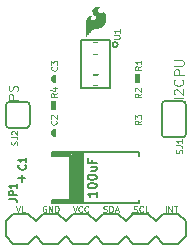
<source format=gto>
%TF.GenerationSoftware,KiCad,Pcbnew,5.1.8-db9833491~88~ubuntu20.04.1*%
%TF.CreationDate,2020-12-19T13:22:12+05:30*%
%TF.ProjectId,SparkFun_APDS-9960_RGB_and_Gesture_Sensor,53706172-6b46-4756-9e5f-415044532d39,rev?*%
%TF.SameCoordinates,Original*%
%TF.FileFunction,Legend,Top*%
%TF.FilePolarity,Positive*%
%FSLAX46Y46*%
G04 Gerber Fmt 4.6, Leading zero omitted, Abs format (unit mm)*
G04 Created by KiCad (PCBNEW 5.1.8-db9833491~88~ubuntu20.04.1) date 2020-12-19 13:22:12*
%MOMM*%
%LPD*%
G01*
G04 APERTURE LIST*
%ADD10C,0.101600*%
%ADD11C,0.121920*%
%ADD12C,0.152400*%
%ADD13C,0.200000*%
%ADD14C,0.100000*%
%ADD15C,0.127000*%
%ADD16C,0.558800*%
%ADD17C,0.203200*%
%ADD18R,3.048000X3.048000*%
%ADD19C,2.082800*%
%ADD20C,3.302000*%
G04 APERTURE END LIST*
D10*
X130422952Y-93345000D02*
X130374571Y-93320809D01*
X130302000Y-93320809D01*
X130229428Y-93345000D01*
X130181047Y-93393380D01*
X130156857Y-93441761D01*
X130132666Y-93538523D01*
X130132666Y-93611095D01*
X130156857Y-93707857D01*
X130181047Y-93756238D01*
X130229428Y-93804619D01*
X130302000Y-93828809D01*
X130350380Y-93828809D01*
X130422952Y-93804619D01*
X130447142Y-93780428D01*
X130447142Y-93611095D01*
X130350380Y-93611095D01*
X130664857Y-93828809D02*
X130664857Y-93320809D01*
X130955142Y-93828809D01*
X130955142Y-93320809D01*
X131197047Y-93828809D02*
X131197047Y-93320809D01*
X131318000Y-93320809D01*
X131390571Y-93345000D01*
X131438952Y-93393380D01*
X131463142Y-93441761D01*
X131487333Y-93538523D01*
X131487333Y-93611095D01*
X131463142Y-93707857D01*
X131438952Y-93756238D01*
X131390571Y-93804619D01*
X131318000Y-93828809D01*
X131197047Y-93828809D01*
X132672666Y-93320809D02*
X132842000Y-93828809D01*
X133011333Y-93320809D01*
X133470952Y-93780428D02*
X133446761Y-93804619D01*
X133374190Y-93828809D01*
X133325809Y-93828809D01*
X133253238Y-93804619D01*
X133204857Y-93756238D01*
X133180666Y-93707857D01*
X133156476Y-93611095D01*
X133156476Y-93538523D01*
X133180666Y-93441761D01*
X133204857Y-93393380D01*
X133253238Y-93345000D01*
X133325809Y-93320809D01*
X133374190Y-93320809D01*
X133446761Y-93345000D01*
X133470952Y-93369190D01*
X133978952Y-93780428D02*
X133954761Y-93804619D01*
X133882190Y-93828809D01*
X133833809Y-93828809D01*
X133761238Y-93804619D01*
X133712857Y-93756238D01*
X133688666Y-93707857D01*
X133664476Y-93611095D01*
X133664476Y-93538523D01*
X133688666Y-93441761D01*
X133712857Y-93393380D01*
X133761238Y-93345000D01*
X133833809Y-93320809D01*
X133882190Y-93320809D01*
X133954761Y-93345000D01*
X133978952Y-93369190D01*
X135273142Y-93804619D02*
X135345714Y-93828809D01*
X135466666Y-93828809D01*
X135515047Y-93804619D01*
X135539238Y-93780428D01*
X135563428Y-93732047D01*
X135563428Y-93683666D01*
X135539238Y-93635285D01*
X135515047Y-93611095D01*
X135466666Y-93586904D01*
X135369904Y-93562714D01*
X135321523Y-93538523D01*
X135297333Y-93514333D01*
X135273142Y-93465952D01*
X135273142Y-93417571D01*
X135297333Y-93369190D01*
X135321523Y-93345000D01*
X135369904Y-93320809D01*
X135490857Y-93320809D01*
X135563428Y-93345000D01*
X135781142Y-93828809D02*
X135781142Y-93320809D01*
X135902095Y-93320809D01*
X135974666Y-93345000D01*
X136023047Y-93393380D01*
X136047238Y-93441761D01*
X136071428Y-93538523D01*
X136071428Y-93611095D01*
X136047238Y-93707857D01*
X136023047Y-93756238D01*
X135974666Y-93804619D01*
X135902095Y-93828809D01*
X135781142Y-93828809D01*
X136264952Y-93683666D02*
X136506857Y-93683666D01*
X136216571Y-93828809D02*
X136385904Y-93320809D01*
X136555238Y-93828809D01*
X137825238Y-93804619D02*
X137897809Y-93828809D01*
X138018761Y-93828809D01*
X138067142Y-93804619D01*
X138091333Y-93780428D01*
X138115523Y-93732047D01*
X138115523Y-93683666D01*
X138091333Y-93635285D01*
X138067142Y-93611095D01*
X138018761Y-93586904D01*
X137922000Y-93562714D01*
X137873619Y-93538523D01*
X137849428Y-93514333D01*
X137825238Y-93465952D01*
X137825238Y-93417571D01*
X137849428Y-93369190D01*
X137873619Y-93345000D01*
X137922000Y-93320809D01*
X138042952Y-93320809D01*
X138115523Y-93345000D01*
X138623523Y-93780428D02*
X138599333Y-93804619D01*
X138526761Y-93828809D01*
X138478380Y-93828809D01*
X138405809Y-93804619D01*
X138357428Y-93756238D01*
X138333238Y-93707857D01*
X138309047Y-93611095D01*
X138309047Y-93538523D01*
X138333238Y-93441761D01*
X138357428Y-93393380D01*
X138405809Y-93345000D01*
X138478380Y-93320809D01*
X138526761Y-93320809D01*
X138599333Y-93345000D01*
X138623523Y-93369190D01*
X139083142Y-93828809D02*
X138841238Y-93828809D01*
X138841238Y-93320809D01*
X140535780Y-93828809D02*
X140535780Y-93320809D01*
X140777685Y-93828809D02*
X140777685Y-93320809D01*
X141067971Y-93828809D01*
X141067971Y-93320809D01*
X141237304Y-93320809D02*
X141527590Y-93320809D01*
X141382447Y-93828809D02*
X141382447Y-93320809D01*
D11*
X142005110Y-84193646D02*
X141232950Y-84193646D01*
X141306489Y-83862720D02*
X141269720Y-83825950D01*
X141232950Y-83752411D01*
X141232950Y-83568564D01*
X141269720Y-83495025D01*
X141306489Y-83458255D01*
X141380028Y-83421486D01*
X141453567Y-83421486D01*
X141563876Y-83458255D01*
X142005110Y-83899489D01*
X142005110Y-83421486D01*
X141931571Y-82649326D02*
X141968340Y-82686095D01*
X142005110Y-82796404D01*
X142005110Y-82869943D01*
X141968340Y-82980251D01*
X141894801Y-83053790D01*
X141821262Y-83090560D01*
X141674184Y-83127329D01*
X141563876Y-83127329D01*
X141416798Y-83090560D01*
X141343259Y-83053790D01*
X141269720Y-82980251D01*
X141232950Y-82869943D01*
X141232950Y-82796404D01*
X141269720Y-82686095D01*
X141306489Y-82649326D01*
D10*
X127895047Y-93295409D02*
X128064380Y-93803409D01*
X128233714Y-93295409D01*
X128644952Y-93803409D02*
X128403047Y-93803409D01*
X128403047Y-93295409D01*
D11*
X142055910Y-82197689D02*
X141283750Y-82197689D01*
X141283750Y-81903533D01*
X141320520Y-81829994D01*
X141357289Y-81793225D01*
X141430828Y-81756455D01*
X141541137Y-81756455D01*
X141614676Y-81793225D01*
X141651445Y-81829994D01*
X141688215Y-81903533D01*
X141688215Y-82197689D01*
X141283750Y-81425529D02*
X141908832Y-81425529D01*
X141982371Y-81388760D01*
X142019140Y-81351990D01*
X142055910Y-81278451D01*
X142055910Y-81131373D01*
X142019140Y-81057834D01*
X141982371Y-81021065D01*
X141908832Y-80984295D01*
X141283750Y-80984295D01*
X128009710Y-84308550D02*
X127237550Y-84308550D01*
X127237550Y-84014394D01*
X127274320Y-83940855D01*
X127311089Y-83904086D01*
X127384628Y-83867316D01*
X127494937Y-83867316D01*
X127568476Y-83904086D01*
X127605245Y-83940855D01*
X127642015Y-84014394D01*
X127642015Y-84308550D01*
X127972940Y-83573160D02*
X128009710Y-83462851D01*
X128009710Y-83279004D01*
X127972940Y-83205465D01*
X127936171Y-83168695D01*
X127862632Y-83131926D01*
X127789093Y-83131926D01*
X127715554Y-83168695D01*
X127678784Y-83205465D01*
X127642015Y-83279004D01*
X127605245Y-83426082D01*
X127568476Y-83499621D01*
X127531706Y-83536390D01*
X127458167Y-83573160D01*
X127384628Y-83573160D01*
X127311089Y-83536390D01*
X127274320Y-83499621D01*
X127237550Y-83426082D01*
X127237550Y-83242234D01*
X127274320Y-83131926D01*
D12*
%TO.C,SJ2*%
X129016000Y-84798000D02*
X129016000Y-86398000D01*
X128766000Y-84498000D02*
X127266000Y-84498000D01*
X128766000Y-86698000D02*
X127266000Y-86698000D01*
X127016000Y-86398000D02*
X127016000Y-84798000D01*
X127266000Y-84498000D02*
G75*
G03*
X127016000Y-84798000I25000J-275000D01*
G01*
X127016000Y-86398000D02*
G75*
G03*
X127266000Y-86698000I275000J-25000D01*
G01*
X129016000Y-86397998D02*
G75*
G02*
X128766000Y-86698000I-274701J-25251D01*
G01*
X128766000Y-84498000D02*
G75*
G02*
X129016000Y-84798000I-25000J-275000D01*
G01*
D13*
%TO.C,U1*%
X133410000Y-79260000D02*
X135830000Y-79260000D01*
X136487100Y-79658000D02*
G75*
G03*
X136487100Y-79658000I-223100J0D01*
G01*
D14*
X134420000Y-82100000D02*
X134820000Y-82100000D01*
D13*
X133410000Y-83300000D02*
X135830000Y-83300000D01*
X133410000Y-79260000D02*
X133410000Y-83300000D01*
X135830000Y-79260000D02*
X135830000Y-83300000D01*
D14*
X134431890Y-79493169D02*
G75*
G02*
X134808112Y-79493169I188110J-516830D01*
G01*
X134808109Y-80526833D02*
G75*
G02*
X134431888Y-80526832I-188109J516830D01*
G01*
X134429823Y-82302161D02*
G75*
G02*
X134810178Y-82302162I190177J-407838D01*
G01*
X134810178Y-83117837D02*
G75*
G02*
X134429822Y-83117837I-190178J407838D01*
G01*
D15*
%TO.C,C1*%
X130937000Y-93091000D02*
X130937000Y-92773500D01*
X138303000Y-93091000D02*
X130937000Y-93091000D01*
X138303000Y-88773000D02*
X138303000Y-89090500D01*
X130937000Y-88773000D02*
X138303000Y-88773000D01*
X130937000Y-89090500D02*
X130937000Y-88773000D01*
X138303000Y-92773500D02*
X138303000Y-93091000D01*
X132397500Y-89090500D02*
X130937000Y-89090500D01*
X132397500Y-92773500D02*
X132397500Y-89090500D01*
X130937000Y-92773500D02*
X132397500Y-92773500D01*
X132524500Y-92900500D02*
X131000500Y-92900500D01*
X132524500Y-88963500D02*
X132524500Y-92900500D01*
X130937000Y-88963500D02*
X132524500Y-88963500D01*
X132651500Y-88836500D02*
X131000500Y-88836500D01*
X132651500Y-93027500D02*
X132651500Y-88836500D01*
X131000500Y-93027500D02*
X132651500Y-93027500D01*
X132778500Y-93027500D02*
X132778500Y-88836500D01*
X132905500Y-88836500D02*
X132905500Y-93027500D01*
X133032500Y-93027500D02*
X133032500Y-88836500D01*
X133159500Y-88836500D02*
X133159500Y-93027500D01*
X133286500Y-93027500D02*
X133286500Y-88836500D01*
X133413500Y-93027500D02*
X133413500Y-88836500D01*
X133540500Y-93027500D02*
X133540500Y-88836500D01*
D16*
%TO.C,C2*%
X131064000Y-87152500D02*
X131064000Y-87091500D01*
%TO.C,C3*%
X131064000Y-82519500D02*
X131064000Y-82580500D01*
D17*
%TO.C,JP1*%
X139700000Y-94615000D02*
X140335000Y-93980000D01*
X140335000Y-93980000D02*
X141605000Y-93980000D01*
X141605000Y-93980000D02*
X142240000Y-94615000D01*
X135255000Y-93980000D02*
X136525000Y-93980000D01*
X136525000Y-93980000D02*
X137160000Y-94615000D01*
X137160000Y-94615000D02*
X137795000Y-93980000D01*
X137795000Y-93980000D02*
X139065000Y-93980000D01*
X139065000Y-93980000D02*
X139700000Y-94615000D01*
X132080000Y-94615000D02*
X132715000Y-93980000D01*
X132715000Y-93980000D02*
X133985000Y-93980000D01*
X133985000Y-93980000D02*
X134620000Y-94615000D01*
X135255000Y-93980000D02*
X134620000Y-94615000D01*
X127635000Y-93980000D02*
X128905000Y-93980000D01*
X128905000Y-93980000D02*
X129540000Y-94615000D01*
X129540000Y-94615000D02*
X130175000Y-93980000D01*
X130175000Y-93980000D02*
X131445000Y-93980000D01*
X131445000Y-93980000D02*
X132080000Y-94615000D01*
X127000000Y-94615000D02*
X127000000Y-95885000D01*
X127635000Y-93980000D02*
X127000000Y-94615000D01*
X142240000Y-95885000D02*
X141605000Y-96520000D01*
X141605000Y-96520000D02*
X140335000Y-96520000D01*
X140335000Y-96520000D02*
X139700000Y-95885000D01*
X137160000Y-95885000D02*
X136525000Y-96520000D01*
X139700000Y-95885000D02*
X139065000Y-96520000D01*
X139065000Y-96520000D02*
X137795000Y-96520000D01*
X137795000Y-96520000D02*
X137160000Y-95885000D01*
X134620000Y-95885000D02*
X133985000Y-96520000D01*
X133985000Y-96520000D02*
X132715000Y-96520000D01*
X132715000Y-96520000D02*
X132080000Y-95885000D01*
X134620000Y-95885000D02*
X135255000Y-96520000D01*
X136525000Y-96520000D02*
X135255000Y-96520000D01*
X129540000Y-95885000D02*
X128905000Y-96520000D01*
X132080000Y-95885000D02*
X131445000Y-96520000D01*
X131445000Y-96520000D02*
X130175000Y-96520000D01*
X130175000Y-96520000D02*
X129540000Y-95885000D01*
X127000000Y-95885000D02*
X127635000Y-96520000D01*
X128905000Y-96520000D02*
X127635000Y-96520000D01*
X142240000Y-94615000D02*
X142240000Y-95885000D01*
D14*
%TO.C,R1*%
G36*
X137947400Y-82931000D02*
G01*
X138404600Y-82931000D01*
X138404600Y-82169000D01*
X137947400Y-82169000D01*
X137947400Y-82931000D01*
G37*
%TO.C,R4*%
G36*
X131292600Y-84455000D02*
G01*
X130835400Y-84455000D01*
X130835400Y-85217000D01*
X131292600Y-85217000D01*
X131292600Y-84455000D01*
G37*
D12*
%TO.C,SJ1*%
X142240000Y-84709000D02*
X142240000Y-87249000D01*
X141986000Y-84455000D02*
X140462000Y-84455000D01*
X141986000Y-87503000D02*
X140462000Y-87503000D01*
X140208000Y-87249000D02*
X140208000Y-84709000D01*
X141986000Y-84455000D02*
G75*
G02*
X142240000Y-84709000I0J-254000D01*
G01*
X142240000Y-87249000D02*
G75*
G02*
X141986000Y-87503000I-254000J0D01*
G01*
X140208000Y-87249000D02*
G75*
G03*
X140462000Y-87503000I254000J0D01*
G01*
X140462000Y-84455000D02*
G75*
G03*
X140208000Y-84709000I0J-254000D01*
G01*
D14*
%TO.C,U$1*%
G36*
X135215100Y-76856900D02*
G01*
X135215100Y-76876900D01*
X135215100Y-76906900D01*
X135215100Y-76936900D01*
X135205100Y-76966900D01*
X135195100Y-76986900D01*
X135165100Y-77016900D01*
X135135100Y-77026900D01*
X135105100Y-77026900D01*
X135065100Y-77016900D01*
X135025100Y-77006900D01*
X134985100Y-76986900D01*
X134955100Y-76966900D01*
X134915100Y-76936900D01*
X134885100Y-76906900D01*
X134855100Y-76876900D01*
X134835100Y-76846900D01*
X134815100Y-76816900D01*
X134805100Y-76776900D01*
X134805100Y-76746900D01*
X134805100Y-76716900D01*
X134815100Y-76686900D01*
X134825100Y-76666900D01*
X134845100Y-76636900D01*
X134885100Y-76606900D01*
X134925100Y-76586900D01*
X134975100Y-76576900D01*
X135015100Y-76566900D01*
X135045100Y-76566900D01*
X135075100Y-76566900D01*
X135095100Y-76576900D01*
X135105100Y-76576900D01*
X135095100Y-76566900D01*
X135055100Y-76536900D01*
X134995100Y-76506900D01*
X134915100Y-76466900D01*
X134825100Y-76446900D01*
X134725100Y-76446900D01*
X134615100Y-76466900D01*
X134505100Y-76526900D01*
X134415100Y-76596900D01*
X134365100Y-76676900D01*
X134335100Y-76766900D01*
X134335100Y-76846900D01*
X134355100Y-76936900D01*
X134405100Y-77026900D01*
X134475100Y-77106900D01*
X134555100Y-77196900D01*
X134625100Y-77266900D01*
X134655100Y-77346900D01*
X134655100Y-77416900D01*
X134635100Y-77476900D01*
X134595100Y-77526900D01*
X134535100Y-77566900D01*
X134455100Y-77586900D01*
X134375100Y-77586900D01*
X134325100Y-77576900D01*
X134275100Y-77556900D01*
X134245100Y-77526900D01*
X134215100Y-77496900D01*
X134195100Y-77466900D01*
X134185100Y-77436900D01*
X134185100Y-77396900D01*
X134195100Y-77366900D01*
X134215100Y-77346900D01*
X134235100Y-77326900D01*
X134255100Y-77306900D01*
X134285100Y-77296900D01*
X134305100Y-77286900D01*
X134325100Y-77276900D01*
X134335100Y-77266900D01*
X134315100Y-77256900D01*
X134295100Y-77246900D01*
X134255100Y-77246900D01*
X134215100Y-77246900D01*
X134175100Y-77246900D01*
X134115100Y-77256900D01*
X134065100Y-77266900D01*
X134015100Y-77286900D01*
X133975100Y-77316900D01*
X133925100Y-77356900D01*
X133895100Y-77406900D01*
X133865100Y-77456900D01*
X133845100Y-77526900D01*
X133835100Y-77606900D01*
X133835100Y-77706900D01*
X133835100Y-77866900D01*
X133835100Y-78026900D01*
X133835100Y-78186900D01*
X133835100Y-78346900D01*
X133835100Y-78506900D01*
X133835100Y-78666900D01*
X133835100Y-78826900D01*
X133835100Y-78986900D01*
X133835100Y-78976900D01*
X133855100Y-78956900D01*
X133885100Y-78926900D01*
X133915100Y-78876900D01*
X133965100Y-78826900D01*
X134015100Y-78766900D01*
X134075100Y-78706900D01*
X134135100Y-78646900D01*
X134195100Y-78576900D01*
X134255100Y-78506900D01*
X134305100Y-78456900D01*
X134355100Y-78406900D01*
X134405100Y-78376900D01*
X134455100Y-78346900D01*
X134515100Y-78336900D01*
X134585100Y-78336900D01*
X134705100Y-78336900D01*
X134825100Y-78316900D01*
X134935100Y-78286900D01*
X135035100Y-78246900D01*
X135135100Y-78186900D01*
X135215100Y-78116900D01*
X135295100Y-78036900D01*
X135365100Y-77946900D01*
X135465100Y-77766900D01*
X135515100Y-77576900D01*
X135525100Y-77406900D01*
X135495100Y-77246900D01*
X135445100Y-77096900D01*
X135375100Y-76986900D01*
X135295100Y-76896900D01*
X135215100Y-76846900D01*
X135215100Y-76856900D01*
G37*
%TD*%
%TO.C,SJ2*%
D10*
X127967619Y-88127598D02*
X127991809Y-88055026D01*
X127991809Y-87934074D01*
X127967619Y-87885693D01*
X127943428Y-87861502D01*
X127895047Y-87837312D01*
X127846666Y-87837312D01*
X127798285Y-87861502D01*
X127774095Y-87885693D01*
X127749904Y-87934074D01*
X127725714Y-88030836D01*
X127701523Y-88079217D01*
X127677333Y-88103407D01*
X127628952Y-88127598D01*
X127580571Y-88127598D01*
X127532190Y-88103407D01*
X127508000Y-88079217D01*
X127483809Y-88030836D01*
X127483809Y-87909883D01*
X127508000Y-87837312D01*
X127483809Y-87474455D02*
X127846666Y-87474455D01*
X127919238Y-87498645D01*
X127967619Y-87547026D01*
X127991809Y-87619598D01*
X127991809Y-87667979D01*
X127532190Y-87256740D02*
X127508000Y-87232550D01*
X127483809Y-87184169D01*
X127483809Y-87063217D01*
X127508000Y-87014836D01*
X127532190Y-86990645D01*
X127580571Y-86966455D01*
X127628952Y-86966455D01*
X127701523Y-86990645D01*
X127991809Y-87280931D01*
X127991809Y-86966455D01*
%TO.C,U1*%
X136145209Y-79162607D02*
X136556447Y-79162607D01*
X136604828Y-79138417D01*
X136629019Y-79114226D01*
X136653209Y-79065845D01*
X136653209Y-78969083D01*
X136629019Y-78920702D01*
X136604828Y-78896512D01*
X136556447Y-78872321D01*
X136145209Y-78872321D01*
X136653209Y-78364321D02*
X136653209Y-78654607D01*
X136653209Y-78509464D02*
X136145209Y-78509464D01*
X136217780Y-78557845D01*
X136266161Y-78606226D01*
X136290352Y-78654607D01*
%TO.C,C1*%
D15*
X128649185Y-89844033D02*
X128679423Y-89874271D01*
X128709661Y-89964985D01*
X128709661Y-90025461D01*
X128679423Y-90116176D01*
X128618947Y-90176652D01*
X128558471Y-90206890D01*
X128437519Y-90237128D01*
X128346804Y-90237128D01*
X128225852Y-90206890D01*
X128165376Y-90176652D01*
X128104900Y-90116176D01*
X128074661Y-90025461D01*
X128074661Y-89964985D01*
X128104900Y-89874271D01*
X128135138Y-89844033D01*
X128709661Y-89239271D02*
X128709661Y-89602128D01*
X128709661Y-89420700D02*
X128074661Y-89420700D01*
X128165376Y-89481176D01*
X128225852Y-89541652D01*
X128256090Y-89602128D01*
X134685314Y-92111285D02*
X134685314Y-92546714D01*
X134685314Y-92329000D02*
X133923314Y-92329000D01*
X134032171Y-92401571D01*
X134104742Y-92474142D01*
X134141028Y-92546714D01*
X133923314Y-91639571D02*
X133923314Y-91567000D01*
X133959600Y-91494428D01*
X133995885Y-91458142D01*
X134068457Y-91421857D01*
X134213600Y-91385571D01*
X134395028Y-91385571D01*
X134540171Y-91421857D01*
X134612742Y-91458142D01*
X134649028Y-91494428D01*
X134685314Y-91567000D01*
X134685314Y-91639571D01*
X134649028Y-91712142D01*
X134612742Y-91748428D01*
X134540171Y-91784714D01*
X134395028Y-91821000D01*
X134213600Y-91821000D01*
X134068457Y-91784714D01*
X133995885Y-91748428D01*
X133959600Y-91712142D01*
X133923314Y-91639571D01*
X133923314Y-90913857D02*
X133923314Y-90841285D01*
X133959600Y-90768714D01*
X133995885Y-90732428D01*
X134068457Y-90696142D01*
X134213600Y-90659857D01*
X134395028Y-90659857D01*
X134540171Y-90696142D01*
X134612742Y-90732428D01*
X134649028Y-90768714D01*
X134685314Y-90841285D01*
X134685314Y-90913857D01*
X134649028Y-90986428D01*
X134612742Y-91022714D01*
X134540171Y-91059000D01*
X134395028Y-91095285D01*
X134213600Y-91095285D01*
X134068457Y-91059000D01*
X133995885Y-91022714D01*
X133959600Y-90986428D01*
X133923314Y-90913857D01*
X134177314Y-90006714D02*
X134685314Y-90006714D01*
X134177314Y-90333285D02*
X134576457Y-90333285D01*
X134649028Y-90297000D01*
X134685314Y-90224428D01*
X134685314Y-90115571D01*
X134649028Y-90043000D01*
X134612742Y-90006714D01*
X134286171Y-89389857D02*
X134286171Y-89643857D01*
X134685314Y-89643857D02*
X133923314Y-89643857D01*
X133923314Y-89281000D01*
X128055914Y-90986428D02*
X128636485Y-90986428D01*
X128346200Y-91276714D02*
X128346200Y-90696142D01*
X137695214Y-93907428D02*
X138275785Y-93907428D01*
%TO.C,C2*%
D10*
X131270828Y-86114466D02*
X131295019Y-86138657D01*
X131319209Y-86211228D01*
X131319209Y-86259609D01*
X131295019Y-86332180D01*
X131246638Y-86380561D01*
X131198257Y-86404752D01*
X131101495Y-86428942D01*
X131028923Y-86428942D01*
X130932161Y-86404752D01*
X130883780Y-86380561D01*
X130835400Y-86332180D01*
X130811209Y-86259609D01*
X130811209Y-86211228D01*
X130835400Y-86138657D01*
X130859590Y-86114466D01*
X130859590Y-85920942D02*
X130835400Y-85896752D01*
X130811209Y-85848371D01*
X130811209Y-85727419D01*
X130835400Y-85679038D01*
X130859590Y-85654847D01*
X130907971Y-85630657D01*
X130956352Y-85630657D01*
X131028923Y-85654847D01*
X131319209Y-85945133D01*
X131319209Y-85630657D01*
%TO.C,C3*%
X131296228Y-81542466D02*
X131320419Y-81566657D01*
X131344609Y-81639228D01*
X131344609Y-81687609D01*
X131320419Y-81760180D01*
X131272038Y-81808561D01*
X131223657Y-81832752D01*
X131126895Y-81856942D01*
X131054323Y-81856942D01*
X130957561Y-81832752D01*
X130909180Y-81808561D01*
X130860800Y-81760180D01*
X130836609Y-81687609D01*
X130836609Y-81639228D01*
X130860800Y-81566657D01*
X130884990Y-81542466D01*
X130836609Y-81373133D02*
X130836609Y-81058657D01*
X131030133Y-81227990D01*
X131030133Y-81155419D01*
X131054323Y-81107038D01*
X131078514Y-81082847D01*
X131126895Y-81058657D01*
X131247847Y-81058657D01*
X131296228Y-81082847D01*
X131320419Y-81107038D01*
X131344609Y-81155419D01*
X131344609Y-81300561D01*
X131320419Y-81348942D01*
X131296228Y-81373133D01*
%TO.C,JP1*%
D15*
X127274561Y-92701230D02*
X127728133Y-92701230D01*
X127818847Y-92731469D01*
X127879323Y-92791945D01*
X127909561Y-92882659D01*
X127909561Y-92943135D01*
X127909561Y-92398850D02*
X127274561Y-92398850D01*
X127274561Y-92156945D01*
X127304800Y-92096469D01*
X127335038Y-92066230D01*
X127395514Y-92035992D01*
X127486228Y-92035992D01*
X127546704Y-92066230D01*
X127576942Y-92096469D01*
X127607180Y-92156945D01*
X127607180Y-92398850D01*
X127909561Y-91431230D02*
X127909561Y-91794088D01*
X127909561Y-91612659D02*
X127274561Y-91612659D01*
X127365276Y-91673135D01*
X127425752Y-91733611D01*
X127455990Y-91794088D01*
%TO.C,R1*%
D10*
X138456609Y-81491666D02*
X138214704Y-81661000D01*
X138456609Y-81781952D02*
X137948609Y-81781952D01*
X137948609Y-81588428D01*
X137972800Y-81540047D01*
X137996990Y-81515857D01*
X138045371Y-81491666D01*
X138117942Y-81491666D01*
X138166323Y-81515857D01*
X138190514Y-81540047D01*
X138214704Y-81588428D01*
X138214704Y-81781952D01*
X138456609Y-81007857D02*
X138456609Y-81298142D01*
X138456609Y-81153000D02*
X137948609Y-81153000D01*
X138021180Y-81201380D01*
X138069561Y-81249761D01*
X138093752Y-81298142D01*
%TO.C,R2*%
X138431209Y-83803066D02*
X138189304Y-83972400D01*
X138431209Y-84093352D02*
X137923209Y-84093352D01*
X137923209Y-83899828D01*
X137947400Y-83851447D01*
X137971590Y-83827257D01*
X138019971Y-83803066D01*
X138092542Y-83803066D01*
X138140923Y-83827257D01*
X138165114Y-83851447D01*
X138189304Y-83899828D01*
X138189304Y-84093352D01*
X137971590Y-83609542D02*
X137947400Y-83585352D01*
X137923209Y-83536971D01*
X137923209Y-83416019D01*
X137947400Y-83367638D01*
X137971590Y-83343447D01*
X138019971Y-83319257D01*
X138068352Y-83319257D01*
X138140923Y-83343447D01*
X138431209Y-83633733D01*
X138431209Y-83319257D01*
%TO.C,R3*%
X138456609Y-86089066D02*
X138214704Y-86258400D01*
X138456609Y-86379352D02*
X137948609Y-86379352D01*
X137948609Y-86185828D01*
X137972800Y-86137447D01*
X137996990Y-86113257D01*
X138045371Y-86089066D01*
X138117942Y-86089066D01*
X138166323Y-86113257D01*
X138190514Y-86137447D01*
X138214704Y-86185828D01*
X138214704Y-86379352D01*
X137948609Y-85919733D02*
X137948609Y-85605257D01*
X138142133Y-85774590D01*
X138142133Y-85702019D01*
X138166323Y-85653638D01*
X138190514Y-85629447D01*
X138238895Y-85605257D01*
X138359847Y-85605257D01*
X138408228Y-85629447D01*
X138432419Y-85653638D01*
X138456609Y-85702019D01*
X138456609Y-85847161D01*
X138432419Y-85895542D01*
X138408228Y-85919733D01*
%TO.C,R4*%
X131319209Y-83777666D02*
X131077304Y-83947000D01*
X131319209Y-84067952D02*
X130811209Y-84067952D01*
X130811209Y-83874428D01*
X130835400Y-83826047D01*
X130859590Y-83801857D01*
X130907971Y-83777666D01*
X130980542Y-83777666D01*
X131028923Y-83801857D01*
X131053114Y-83826047D01*
X131077304Y-83874428D01*
X131077304Y-84067952D01*
X130980542Y-83342238D02*
X131319209Y-83342238D01*
X130787019Y-83463190D02*
X131149876Y-83584142D01*
X131149876Y-83269666D01*
%TO.C,SJ1*%
X141912219Y-88838798D02*
X141936409Y-88766226D01*
X141936409Y-88645274D01*
X141912219Y-88596893D01*
X141888028Y-88572702D01*
X141839647Y-88548512D01*
X141791266Y-88548512D01*
X141742885Y-88572702D01*
X141718695Y-88596893D01*
X141694504Y-88645274D01*
X141670314Y-88742036D01*
X141646123Y-88790417D01*
X141621933Y-88814607D01*
X141573552Y-88838798D01*
X141525171Y-88838798D01*
X141476790Y-88814607D01*
X141452600Y-88790417D01*
X141428409Y-88742036D01*
X141428409Y-88621083D01*
X141452600Y-88548512D01*
X141428409Y-88185655D02*
X141791266Y-88185655D01*
X141863838Y-88209845D01*
X141912219Y-88258226D01*
X141936409Y-88330798D01*
X141936409Y-88379179D01*
X141936409Y-87677655D02*
X141936409Y-87967940D01*
X141936409Y-87822798D02*
X141428409Y-87822798D01*
X141500980Y-87871179D01*
X141549361Y-87919560D01*
X141573552Y-87967940D01*
%TD*%
%LPC*%
%TO.C,SJ2*%
G36*
G01*
X128651000Y-86429000D02*
X127381000Y-86429000D01*
G75*
G02*
X127279400Y-86327400I0J101600D01*
G01*
X127279400Y-85692400D01*
G75*
G02*
X127381000Y-85590800I101600J0D01*
G01*
X128651000Y-85590800D01*
G75*
G02*
X128752600Y-85692400I0J-101600D01*
G01*
X128752600Y-86327400D01*
G75*
G02*
X128651000Y-86429000I-101600J0D01*
G01*
G37*
G36*
G01*
X128651000Y-85605200D02*
X127381000Y-85605200D01*
G75*
G02*
X127279400Y-85503600I0J101600D01*
G01*
X127279400Y-84868600D01*
G75*
G02*
X127381000Y-84767000I101600J0D01*
G01*
X128651000Y-84767000D01*
G75*
G02*
X128752600Y-84868600I0J-101600D01*
G01*
X128752600Y-85503600D01*
G75*
G02*
X128651000Y-85605200I-101600J0D01*
G01*
G37*
%TD*%
%TO.C,U1*%
G36*
G01*
X134918400Y-80185000D02*
X134918400Y-79465000D01*
G75*
G02*
X135020000Y-79363400I101600J0D01*
G01*
X135620000Y-79363400D01*
G75*
G02*
X135721600Y-79465000I0J-101600D01*
G01*
X135721600Y-80185000D01*
G75*
G02*
X135620000Y-80286600I-101600J0D01*
G01*
X135020000Y-80286600D01*
G75*
G02*
X134918400Y-80185000I0J101600D01*
G01*
G37*
G36*
G01*
X134918400Y-81155000D02*
X134918400Y-80435000D01*
G75*
G02*
X135020000Y-80333400I101600J0D01*
G01*
X135620000Y-80333400D01*
G75*
G02*
X135721600Y-80435000I0J-101600D01*
G01*
X135721600Y-81155000D01*
G75*
G02*
X135620000Y-81256600I-101600J0D01*
G01*
X135020000Y-81256600D01*
G75*
G02*
X134918400Y-81155000I0J101600D01*
G01*
G37*
G36*
G01*
X134918400Y-82125000D02*
X134918400Y-81405000D01*
G75*
G02*
X135020000Y-81303400I101600J0D01*
G01*
X135620000Y-81303400D01*
G75*
G02*
X135721600Y-81405000I0J-101600D01*
G01*
X135721600Y-82125000D01*
G75*
G02*
X135620000Y-82226600I-101600J0D01*
G01*
X135020000Y-82226600D01*
G75*
G02*
X134918400Y-82125000I0J101600D01*
G01*
G37*
G36*
G01*
X134918400Y-83095000D02*
X134918400Y-82375000D01*
G75*
G02*
X135020000Y-82273400I101600J0D01*
G01*
X135620000Y-82273400D01*
G75*
G02*
X135721600Y-82375000I0J-101600D01*
G01*
X135721600Y-83095000D01*
G75*
G02*
X135620000Y-83196600I-101600J0D01*
G01*
X135020000Y-83196600D01*
G75*
G02*
X134918400Y-83095000I0J101600D01*
G01*
G37*
G36*
G01*
X133518400Y-83095000D02*
X133518400Y-82375000D01*
G75*
G02*
X133620000Y-82273400I101600J0D01*
G01*
X134220000Y-82273400D01*
G75*
G02*
X134321600Y-82375000I0J-101600D01*
G01*
X134321600Y-83095000D01*
G75*
G02*
X134220000Y-83196600I-101600J0D01*
G01*
X133620000Y-83196600D01*
G75*
G02*
X133518400Y-83095000I0J101600D01*
G01*
G37*
G36*
G01*
X133518400Y-82125000D02*
X133518400Y-81405000D01*
G75*
G02*
X133620000Y-81303400I101600J0D01*
G01*
X134220000Y-81303400D01*
G75*
G02*
X134321600Y-81405000I0J-101600D01*
G01*
X134321600Y-82125000D01*
G75*
G02*
X134220000Y-82226600I-101600J0D01*
G01*
X133620000Y-82226600D01*
G75*
G02*
X133518400Y-82125000I0J101600D01*
G01*
G37*
G36*
G01*
X133518400Y-81155000D02*
X133518400Y-80435000D01*
G75*
G02*
X133620000Y-80333400I101600J0D01*
G01*
X134220000Y-80333400D01*
G75*
G02*
X134321600Y-80435000I0J-101600D01*
G01*
X134321600Y-81155000D01*
G75*
G02*
X134220000Y-81256600I-101600J0D01*
G01*
X133620000Y-81256600D01*
G75*
G02*
X133518400Y-81155000I0J101600D01*
G01*
G37*
G36*
G01*
X133518400Y-80185000D02*
X133518400Y-79465000D01*
G75*
G02*
X133620000Y-79363400I101600J0D01*
G01*
X134220000Y-79363400D01*
G75*
G02*
X134321600Y-79465000I0J-101600D01*
G01*
X134321600Y-80185000D01*
G75*
G02*
X134220000Y-80286600I-101600J0D01*
G01*
X133620000Y-80286600D01*
G75*
G02*
X133518400Y-80185000I0J101600D01*
G01*
G37*
%TD*%
D18*
%TO.C,C1*%
X138684000Y-90932000D03*
X130556000Y-90932000D03*
%TD*%
%TO.C,C2*%
G36*
G01*
X130865600Y-86621999D02*
X130865600Y-87622001D01*
G75*
G02*
X130764001Y-87723600I-101599J0D01*
G01*
X129663999Y-87723600D01*
G75*
G02*
X129562400Y-87622001I0J101599D01*
G01*
X129562400Y-86621999D01*
G75*
G02*
X129663999Y-86520400I101599J0D01*
G01*
X130764001Y-86520400D01*
G75*
G02*
X130865600Y-86621999I0J-101599D01*
G01*
G37*
G36*
G01*
X132565600Y-86621999D02*
X132565600Y-87622001D01*
G75*
G02*
X132464001Y-87723600I-101599J0D01*
G01*
X131363999Y-87723600D01*
G75*
G02*
X131262400Y-87622001I0J101599D01*
G01*
X131262400Y-86621999D01*
G75*
G02*
X131363999Y-86520400I101599J0D01*
G01*
X132464001Y-86520400D01*
G75*
G02*
X132565600Y-86621999I0J-101599D01*
G01*
G37*
%TD*%
%TO.C,C3*%
G36*
G01*
X131262400Y-83050001D02*
X131262400Y-82049999D01*
G75*
G02*
X131363999Y-81948400I101599J0D01*
G01*
X132464001Y-81948400D01*
G75*
G02*
X132565600Y-82049999I0J-101599D01*
G01*
X132565600Y-83050001D01*
G75*
G02*
X132464001Y-83151600I-101599J0D01*
G01*
X131363999Y-83151600D01*
G75*
G02*
X131262400Y-83050001I0J101599D01*
G01*
G37*
G36*
G01*
X129562400Y-83050001D02*
X129562400Y-82049999D01*
G75*
G02*
X129663999Y-81948400I101599J0D01*
G01*
X130764001Y-81948400D01*
G75*
G02*
X130865600Y-82049999I0J-101599D01*
G01*
X130865600Y-83050001D01*
G75*
G02*
X130764001Y-83151600I-101599J0D01*
G01*
X129663999Y-83151600D01*
G75*
G02*
X129562400Y-83050001I0J101599D01*
G01*
G37*
%TD*%
%TO.C,FID1*%
G36*
G01*
X140622400Y-92202000D02*
X140622400Y-92202000D01*
G75*
G02*
X141224000Y-91600400I601600J0D01*
G01*
X141224000Y-91600400D01*
G75*
G02*
X141825600Y-92202000I0J-601600D01*
G01*
X141825600Y-92202000D01*
G75*
G02*
X141224000Y-92803600I-601600J0D01*
G01*
X141224000Y-92803600D01*
G75*
G02*
X140622400Y-92202000I0J601600D01*
G01*
G37*
%TD*%
%TO.C,FID2*%
G36*
G01*
X132240400Y-77216000D02*
X132240400Y-77216000D01*
G75*
G02*
X132842000Y-76614400I601600J0D01*
G01*
X132842000Y-76614400D01*
G75*
G02*
X133443600Y-77216000I0J-601600D01*
G01*
X133443600Y-77216000D01*
G75*
G02*
X132842000Y-77817600I-601600J0D01*
G01*
X132842000Y-77817600D01*
G75*
G02*
X132240400Y-77216000I0J601600D01*
G01*
G37*
%TD*%
D19*
%TO.C,JP1*%
X140970000Y-95250000D03*
X138430000Y-95250000D03*
X135890000Y-95250000D03*
X133350000Y-95250000D03*
X130810000Y-95250000D03*
X128270000Y-95250000D03*
%TD*%
%TO.C,R1*%
G36*
G01*
X138374400Y-83050001D02*
X138374400Y-82049999D01*
G75*
G02*
X138475999Y-81948400I101599J0D01*
G01*
X139576001Y-81948400D01*
G75*
G02*
X139677600Y-82049999I0J-101599D01*
G01*
X139677600Y-83050001D01*
G75*
G02*
X139576001Y-83151600I-101599J0D01*
G01*
X138475999Y-83151600D01*
G75*
G02*
X138374400Y-83050001I0J101599D01*
G01*
G37*
G36*
G01*
X136674400Y-83050001D02*
X136674400Y-82049999D01*
G75*
G02*
X136775999Y-81948400I101599J0D01*
G01*
X137876001Y-81948400D01*
G75*
G02*
X137977600Y-82049999I0J-101599D01*
G01*
X137977600Y-83050001D01*
G75*
G02*
X137876001Y-83151600I-101599J0D01*
G01*
X136775999Y-83151600D01*
G75*
G02*
X136674400Y-83050001I0J101599D01*
G01*
G37*
%TD*%
%TO.C,R2*%
G36*
G01*
X138374400Y-85336001D02*
X138374400Y-84335999D01*
G75*
G02*
X138475999Y-84234400I101599J0D01*
G01*
X139576001Y-84234400D01*
G75*
G02*
X139677600Y-84335999I0J-101599D01*
G01*
X139677600Y-85336001D01*
G75*
G02*
X139576001Y-85437600I-101599J0D01*
G01*
X138475999Y-85437600D01*
G75*
G02*
X138374400Y-85336001I0J101599D01*
G01*
G37*
G36*
G01*
X136674400Y-85336001D02*
X136674400Y-84335999D01*
G75*
G02*
X136775999Y-84234400I101599J0D01*
G01*
X137876001Y-84234400D01*
G75*
G02*
X137977600Y-84335999I0J-101599D01*
G01*
X137977600Y-85336001D01*
G75*
G02*
X137876001Y-85437600I-101599J0D01*
G01*
X136775999Y-85437600D01*
G75*
G02*
X136674400Y-85336001I0J101599D01*
G01*
G37*
%TD*%
%TO.C,R3*%
G36*
G01*
X138374400Y-87622001D02*
X138374400Y-86621999D01*
G75*
G02*
X138475999Y-86520400I101599J0D01*
G01*
X139576001Y-86520400D01*
G75*
G02*
X139677600Y-86621999I0J-101599D01*
G01*
X139677600Y-87622001D01*
G75*
G02*
X139576001Y-87723600I-101599J0D01*
G01*
X138475999Y-87723600D01*
G75*
G02*
X138374400Y-87622001I0J101599D01*
G01*
G37*
G36*
G01*
X136674400Y-87622001D02*
X136674400Y-86621999D01*
G75*
G02*
X136775999Y-86520400I101599J0D01*
G01*
X137876001Y-86520400D01*
G75*
G02*
X137977600Y-86621999I0J-101599D01*
G01*
X137977600Y-87622001D01*
G75*
G02*
X137876001Y-87723600I-101599J0D01*
G01*
X136775999Y-87723600D01*
G75*
G02*
X136674400Y-87622001I0J101599D01*
G01*
G37*
%TD*%
%TO.C,R4*%
G36*
G01*
X130865600Y-84335999D02*
X130865600Y-85336001D01*
G75*
G02*
X130764001Y-85437600I-101599J0D01*
G01*
X129663999Y-85437600D01*
G75*
G02*
X129562400Y-85336001I0J101599D01*
G01*
X129562400Y-84335999D01*
G75*
G02*
X129663999Y-84234400I101599J0D01*
G01*
X130764001Y-84234400D01*
G75*
G02*
X130865600Y-84335999I0J-101599D01*
G01*
G37*
G36*
G01*
X132565600Y-84335999D02*
X132565600Y-85336001D01*
G75*
G02*
X132464001Y-85437600I-101599J0D01*
G01*
X131363999Y-85437600D01*
G75*
G02*
X131262400Y-85336001I0J101599D01*
G01*
X131262400Y-84335999D01*
G75*
G02*
X131363999Y-84234400I101599J0D01*
G01*
X132464001Y-84234400D01*
G75*
G02*
X132565600Y-84335999I0J-101599D01*
G01*
G37*
%TD*%
%TO.C,SJ1*%
G36*
G01*
X141859000Y-85585300D02*
X140589000Y-85585300D01*
G75*
G02*
X140487400Y-85483700I0J101600D01*
G01*
X140487400Y-84848700D01*
G75*
G02*
X140589000Y-84747100I101600J0D01*
G01*
X141859000Y-84747100D01*
G75*
G02*
X141960600Y-84848700I0J-101600D01*
G01*
X141960600Y-85483700D01*
G75*
G02*
X141859000Y-85585300I-101600J0D01*
G01*
G37*
G36*
G01*
X141859000Y-86398100D02*
X140589000Y-86398100D01*
G75*
G02*
X140487400Y-86296500I0J101600D01*
G01*
X140487400Y-85661500D01*
G75*
G02*
X140589000Y-85559900I101600J0D01*
G01*
X141859000Y-85559900D01*
G75*
G02*
X141960600Y-85661500I0J-101600D01*
G01*
X141960600Y-86296500D01*
G75*
G02*
X141859000Y-86398100I-101600J0D01*
G01*
G37*
G36*
G01*
X141859000Y-87210900D02*
X140589000Y-87210900D01*
G75*
G02*
X140487400Y-87109300I0J101600D01*
G01*
X140487400Y-86474300D01*
G75*
G02*
X140589000Y-86372700I101600J0D01*
G01*
X141859000Y-86372700D01*
G75*
G02*
X141960600Y-86474300I0J-101600D01*
G01*
X141960600Y-87109300D01*
G75*
G02*
X141859000Y-87210900I-101600J0D01*
G01*
G37*
%TD*%
D20*
%TO.C,STANDOFF1*%
X129540000Y-78740000D03*
%TD*%
%TO.C,STANDOFF2*%
X139700000Y-78740000D03*
%TD*%
M02*

</source>
